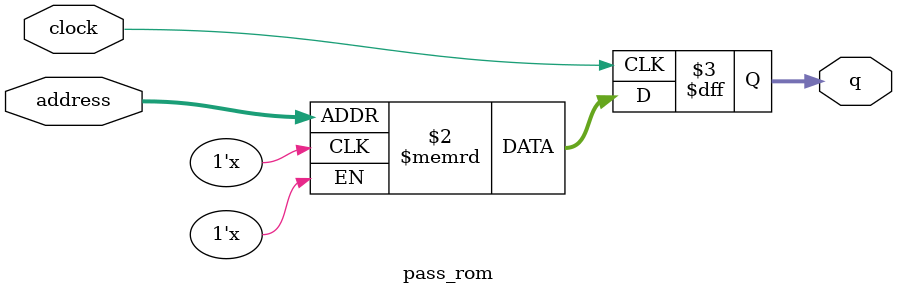
<source format=sv>
module pass_rom (
	input logic clock,
	input logic [15:0] address,
	output logic [1:0] q
);

logic [1:0] memory [0:44999] /* synthesis ram_init_file = "./pass/pass.COE" */;

always_ff @ (posedge clock) begin
	q <= memory[address];
end

endmodule

</source>
